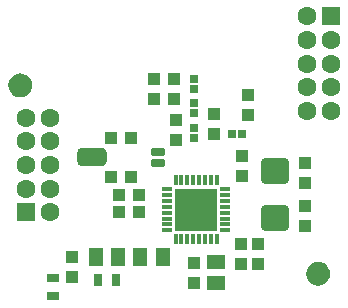
<source format=gts>
G04*
G04 #@! TF.GenerationSoftware,Altium Limited,Altium Designer,18.1.7 (191)*
G04*
G04 Layer_Color=8388736*
%FSLAX24Y24*%
%MOIN*%
G70*
G01*
G75*
%ADD22C,0.0512*%
%ADD23R,0.0315X0.0394*%
%ADD24R,0.0610X0.0492*%
%ADD25R,0.0394X0.0433*%
%ADD26R,0.0394X0.0315*%
G04:AMPARAMS|DCode=27|XSize=94.5mil|YSize=86.6mil|CornerRadius=14.4mil|HoleSize=0mil|Usage=FLASHONLY|Rotation=0.000|XOffset=0mil|YOffset=0mil|HoleType=Round|Shape=RoundedRectangle|*
%AMROUNDEDRECTD27*
21,1,0.0945,0.0579,0,0,0.0*
21,1,0.0657,0.0866,0,0,0.0*
1,1,0.0287,0.0329,-0.0289*
1,1,0.0287,-0.0329,-0.0289*
1,1,0.0287,-0.0329,0.0289*
1,1,0.0287,0.0329,0.0289*
%
%ADD27ROUNDEDRECTD27*%
%ADD28R,0.0433X0.0394*%
%ADD29R,0.0492X0.0610*%
%ADD30R,0.0453X0.0591*%
G04:AMPARAMS|DCode=31|XSize=47.2mil|YSize=27.6mil|CornerRadius=7.9mil|HoleSize=0mil|Usage=FLASHONLY|Rotation=180.000|XOffset=0mil|YOffset=0mil|HoleType=Round|Shape=RoundedRectangle|*
%AMROUNDEDRECTD31*
21,1,0.0472,0.0118,0,0,180.0*
21,1,0.0315,0.0276,0,0,180.0*
1,1,0.0157,-0.0157,0.0059*
1,1,0.0157,0.0157,0.0059*
1,1,0.0157,0.0157,-0.0059*
1,1,0.0157,-0.0157,-0.0059*
%
%ADD31ROUNDEDRECTD31*%
G04:AMPARAMS|DCode=32|XSize=98.4mil|YSize=63mil|CornerRadius=16.7mil|HoleSize=0mil|Usage=FLASHONLY|Rotation=180.000|XOffset=0mil|YOffset=0mil|HoleType=Round|Shape=RoundedRectangle|*
%AMROUNDEDRECTD32*
21,1,0.0984,0.0295,0,0,180.0*
21,1,0.0650,0.0630,0,0,180.0*
1,1,0.0335,-0.0325,0.0148*
1,1,0.0335,0.0325,0.0148*
1,1,0.0335,0.0325,-0.0148*
1,1,0.0335,-0.0325,-0.0148*
%
%ADD32ROUNDEDRECTD32*%
%ADD33R,0.0276X0.0256*%
%ADD34O,0.0374X0.0150*%
%ADD35O,0.0150X0.0374*%
%ADD36R,0.1398X0.1398*%
%ADD37R,0.0256X0.0276*%
%ADD38C,0.0630*%
%ADD39R,0.0630X0.0630*%
G36*
X53248Y25653D02*
X53145Y25639D01*
X53049Y25600D01*
X52967Y25537D01*
X52904Y25454D01*
X52864Y25359D01*
X52851Y25256D01*
X52864Y25153D01*
X52904Y25057D01*
X52967Y24975D01*
X53049Y24912D01*
X53145Y24872D01*
X53248Y24859D01*
D01*
X53351Y24872D01*
X53447Y24912D01*
X53529Y24975D01*
X53592Y25057D01*
X53632Y25153D01*
X53645Y25256D01*
X53632Y25359D01*
X53592Y25454D01*
X53529Y25537D01*
X53447Y25600D01*
X53351Y25639D01*
X53248Y25653D01*
D01*
D02*
G37*
G36*
X63179Y19373D02*
X63076Y19360D01*
X62981Y19320D01*
X62898Y19257D01*
X62835Y19175D01*
X62796Y19079D01*
X62782Y18976D01*
X62796Y18874D01*
X62835Y18778D01*
X62898Y18696D01*
X62981Y18632D01*
X63076Y18593D01*
X63179Y18579D01*
D01*
X63282Y18593D01*
X63378Y18632D01*
X63460Y18696D01*
X63523Y18778D01*
X63563Y18874D01*
X63576Y18976D01*
X63563Y19079D01*
X63523Y19175D01*
X63460Y19257D01*
X63378Y19320D01*
X63282Y19360D01*
X63179Y19373D01*
D01*
D02*
G37*
D22*
Y18976D02*
D03*
X53248Y25256D02*
D03*
D23*
X56457Y18780D02*
D03*
X55847D02*
D03*
D24*
X59764Y19370D02*
D03*
Y18661D02*
D03*
D25*
X59055Y19350D02*
D03*
Y18681D02*
D03*
X54980Y18858D02*
D03*
Y19528D02*
D03*
X61181Y19311D02*
D03*
Y19980D02*
D03*
X62757Y21240D02*
D03*
Y20571D02*
D03*
X62756Y21988D02*
D03*
Y22657D02*
D03*
X60591Y19980D02*
D03*
Y19311D02*
D03*
X60650Y22913D02*
D03*
Y22244D02*
D03*
X60827Y24272D02*
D03*
Y24941D02*
D03*
X58425Y24094D02*
D03*
Y23425D02*
D03*
X59724Y24311D02*
D03*
Y23642D02*
D03*
D26*
X54350Y18848D02*
D03*
Y18238D02*
D03*
D27*
X61732Y20827D02*
D03*
Y22402D02*
D03*
D28*
X56555Y21024D02*
D03*
X57224D02*
D03*
X57224Y21614D02*
D03*
X56555D02*
D03*
X56280Y22205D02*
D03*
X56949D02*
D03*
X56280Y23504D02*
D03*
X56949D02*
D03*
X57697Y24803D02*
D03*
X58366D02*
D03*
X57697Y25472D02*
D03*
X58366D02*
D03*
D29*
X56496Y19528D02*
D03*
X55787D02*
D03*
D30*
X57254D02*
D03*
X58002D02*
D03*
D31*
X57825Y23031D02*
D03*
Y22677D02*
D03*
D32*
X55640Y22854D02*
D03*
D33*
X59055Y23829D02*
D03*
Y23494D02*
D03*
Y25482D02*
D03*
Y25148D02*
D03*
Y24665D02*
D03*
Y24331D02*
D03*
D34*
X60089Y21801D02*
D03*
Y21604D02*
D03*
Y21407D02*
D03*
Y21211D02*
D03*
Y21014D02*
D03*
Y20817D02*
D03*
Y20620D02*
D03*
Y20423D02*
D03*
X58140D02*
D03*
Y20620D02*
D03*
Y20817D02*
D03*
Y21014D02*
D03*
Y21211D02*
D03*
Y21407D02*
D03*
Y21604D02*
D03*
Y21801D02*
D03*
D35*
X59803Y20138D02*
D03*
X59606D02*
D03*
X59409D02*
D03*
X59213D02*
D03*
X59016D02*
D03*
X58819D02*
D03*
X58622D02*
D03*
X58425D02*
D03*
Y22087D02*
D03*
X58622D02*
D03*
X58819D02*
D03*
X59016D02*
D03*
X59213D02*
D03*
X59409D02*
D03*
X59606D02*
D03*
X59803D02*
D03*
D36*
X59114Y21112D02*
D03*
D37*
X60315Y23642D02*
D03*
X60650D02*
D03*
D38*
X62805Y24409D02*
D03*
Y25197D02*
D03*
Y25984D02*
D03*
Y26772D02*
D03*
Y27559D02*
D03*
X63593Y24409D02*
D03*
Y25197D02*
D03*
Y25984D02*
D03*
Y26772D02*
D03*
X54232Y24173D02*
D03*
Y23386D02*
D03*
Y22598D02*
D03*
Y21811D02*
D03*
Y21024D02*
D03*
X53445Y24173D02*
D03*
Y23386D02*
D03*
Y22598D02*
D03*
Y21811D02*
D03*
D39*
X63593Y27559D02*
D03*
X53445Y21024D02*
D03*
M02*

</source>
